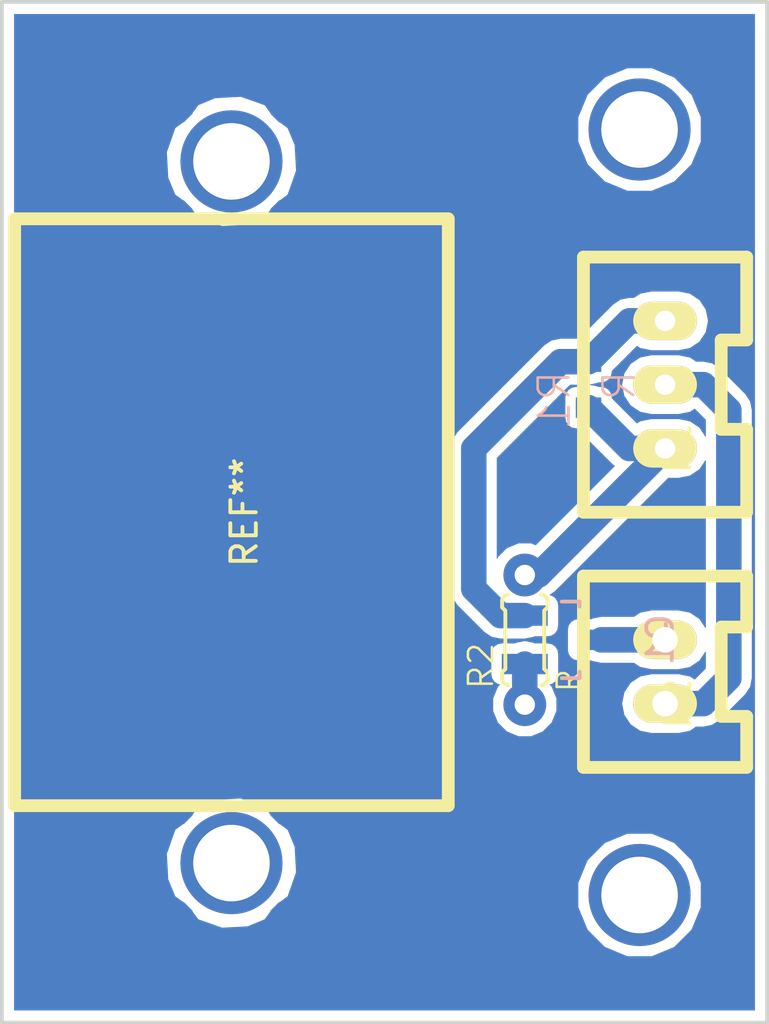
<source format=kicad_pcb>
(kicad_pcb (version 4) (host pcbnew 4.0.3-stable)

  (general
    (links 7)
    (no_connects 0)
    (area -0.075001 -0.075001 30.075001 40.075001)
    (thickness 1.6)
    (drawings 4)
    (tracks 21)
    (zones 0)
    (modules 6)
    (nets 6)
  )

  (page A4)
  (layers
    (0 F.Cu signal)
    (31 B.Cu signal)
    (32 B.Adhes user)
    (33 F.Adhes user)
    (34 B.Paste user)
    (35 F.Paste user)
    (36 B.SilkS user)
    (37 F.SilkS user)
    (38 B.Mask user)
    (39 F.Mask user)
    (40 Dwgs.User user)
    (41 Cmts.User user)
    (42 Eco1.User user)
    (43 Eco2.User user)
    (44 Edge.Cuts user)
    (45 Margin user)
    (46 B.CrtYd user)
    (47 F.CrtYd user)
    (48 B.Fab user)
    (49 F.Fab user)
  )

  (setup
    (last_trace_width 1)
    (user_trace_width 0.5)
    (user_trace_width 1)
    (trace_clearance 0.2)
    (zone_clearance 0.4)
    (zone_45_only no)
    (trace_min 0.2)
    (segment_width 0.2)
    (edge_width 0.15)
    (via_size 0.6)
    (via_drill 0.4)
    (via_min_size 0.4)
    (via_min_drill 0.3)
    (user_via 1.2 0.8)
    (user_via 4 3)
    (uvia_size 0.3)
    (uvia_drill 0.1)
    (uvias_allowed no)
    (uvia_min_size 0.2)
    (uvia_min_drill 0.1)
    (pcb_text_width 0.3)
    (pcb_text_size 1.5 1.5)
    (mod_edge_width 0.15)
    (mod_text_size 1 1)
    (mod_text_width 0.15)
    (pad_size 1.524 1.524)
    (pad_drill 0.762)
    (pad_to_mask_clearance 0.2)
    (aux_axis_origin 0 0)
    (visible_elements 7FFFFFFF)
    (pcbplotparams
      (layerselection 0x01000_80000000)
      (usegerberextensions false)
      (excludeedgelayer true)
      (linewidth 0.100000)
      (plotframeref false)
      (viasonmask false)
      (mode 1)
      (useauxorigin false)
      (hpglpennumber 1)
      (hpglpenspeed 20)
      (hpglpendiameter 15)
      (hpglpenoverlay 2)
      (psnegative false)
      (psa4output false)
      (plotreference true)
      (plotvalue true)
      (plotinvisibletext false)
      (padsonsilk false)
      (subtractmaskfromsilk false)
      (outputformat 1)
      (mirror false)
      (drillshape 0)
      (scaleselection 1)
      (outputdirectory ""))
  )

  (net 0 "")
  (net 1 +3.3V)
  (net 2 GND)
  (net 3 "Net-(P1-Pad3)")
  (net 4 "Net-(P2-Pad1)")
  (net 5 "Net-(Q1-PadG)")

  (net_class Default "これは標準のネット クラスです。"
    (clearance 0.2)
    (trace_width 0.25)
    (via_dia 0.6)
    (via_drill 0.4)
    (uvia_dia 0.3)
    (uvia_drill 0.1)
    (add_net +3.3V)
    (add_net GND)
    (add_net "Net-(P1-Pad3)")
    (add_net "Net-(P2-Pad1)")
    (add_net "Net-(Q1-PadG)")
  )

  (module RP_KiCAD_Connector:XA_3T (layer F.Cu) (tedit 5704715B) (tstamp 57DB87C2)
    (at 26 17.5 90)
    (path /57DB87E9)
    (fp_text reference P1 (at 0 0.5 90) (layer F.SilkS)
      (effects (font (size 1 1) (thickness 0.15)))
    )
    (fp_text value CONN_01X03 (at 0 -0.5 90) (layer F.Fab)
      (effects (font (size 1 1) (thickness 0.15)))
    )
    (fp_line (start 0.75 2.2) (end 4.25 2.2) (layer F.SilkS) (width 0.5))
    (fp_line (start 4.25 2.2) (end 4.25 3.2) (layer F.SilkS) (width 0.5))
    (fp_line (start 4.25 3.2) (end 7.5 3.2) (layer F.SilkS) (width 0.5))
    (fp_line (start -2.5 3.2) (end 0.75 3.2) (layer F.SilkS) (width 0.5))
    (fp_line (start 0.75 3.2) (end 0.75 2.2) (layer F.SilkS) (width 0.5))
    (fp_line (start -2.5 -3.2) (end 7.5 -3.2) (layer F.SilkS) (width 0.5))
    (fp_line (start 7.5 -3.2) (end 7.5 3.2) (layer F.SilkS) (width 0.5))
    (fp_line (start -2.5 -3.2) (end -2.5 3.2) (layer F.SilkS) (width 0.5))
    (pad 3 thru_hole oval (at 0 0 90) (size 1.5 2.5) (drill 0.8) (layers *.Cu *.Mask F.SilkS)
      (net 3 "Net-(P1-Pad3)"))
    (pad 2 thru_hole oval (at 2.5 0 90) (size 1.5 2.5) (drill 0.8) (layers *.Cu *.Mask F.SilkS)
      (net 1 +3.3V))
    (pad 1 thru_hole oval (at 5 0 90) (size 1.5 2.5) (drill 0.8) (layers *.Cu *.Mask F.SilkS)
      (net 2 GND))
    (model conn_XA/XA_3T.wrl
      (at (xyz 0.1 0 0))
      (scale (xyz 4 4 4))
      (rotate (xyz -90 0 0))
    )
  )

  (module RP_KiCAD_Connector:XA_2T (layer F.Cu) (tedit 5763B242) (tstamp 57DB87C8)
    (at 26 27.5 90)
    (path /57DB86F3)
    (fp_text reference P2 (at 0 0.5 90) (layer F.SilkS)
      (effects (font (size 1 1) (thickness 0.15)))
    )
    (fp_text value CONN_01X02 (at 0 -0.5 90) (layer F.Fab)
      (effects (font (size 1 1) (thickness 0.15)))
    )
    (fp_line (start -2.5 3.2) (end -0.5 3.2) (layer F.SilkS) (width 0.5))
    (fp_line (start -0.5 3.2) (end -0.5 2.2) (layer F.SilkS) (width 0.5))
    (fp_line (start -0.5 2.2) (end 3 2.2) (layer F.SilkS) (width 0.5))
    (fp_line (start 3 2.2) (end 3 3.2) (layer F.SilkS) (width 0.5))
    (fp_line (start 3 3.2) (end 5 3.2) (layer F.SilkS) (width 0.5))
    (fp_line (start -2.5 -3.2) (end -2.5 3.2) (layer F.SilkS) (width 0.5))
    (fp_line (start 5 3.2) (end 5 -3.2) (layer F.SilkS) (width 0.5))
    (fp_line (start 5 -3.2) (end -2.5 -3.2) (layer F.SilkS) (width 0.5))
    (pad 2 thru_hole oval (at 0 0 90) (size 1.5 2.5) (drill 1) (layers *.Cu *.Mask F.SilkS)
      (net 1 +3.3V))
    (pad 1 thru_hole oval (at 2.5 0 90) (size 1.5 2.5) (drill 1) (layers *.Cu *.Mask F.SilkS)
      (net 4 "Net-(P2-Pad1)"))
    (model conn_XA/XA_2T.wrl
      (at (xyz 0.05 0 0))
      (scale (xyz 4 4 4))
      (rotate (xyz -90 0 0))
    )
  )

  (module TO_SOT_Packages_SMD:SOT-23_Handsoldering (layer B.Cu) (tedit 56FA59B0) (tstamp 57DB87CF)
    (at 22 25 90)
    (descr "SOT-23, Handsoldering")
    (tags SOT-23)
    (path /57DB873B)
    (attr smd)
    (fp_text reference Q1 (at 0 3.81 90) (layer B.SilkS)
      (effects (font (size 1 1) (thickness 0.15)) (justify mirror))
    )
    (fp_text value MOSFET_N (at 0 -3.81 90) (layer B.Fab)
      (effects (font (size 1 1) (thickness 0.15)) (justify mirror))
    )
    (fp_line (start -1.49982 -0.0508) (end -1.49982 0.65024) (layer B.SilkS) (width 0.15))
    (fp_line (start -1.49982 0.65024) (end -1.2509 0.65024) (layer B.SilkS) (width 0.15))
    (fp_line (start 1.29916 0.65024) (end 1.49982 0.65024) (layer B.SilkS) (width 0.15))
    (fp_line (start 1.49982 0.65024) (end 1.49982 -0.0508) (layer B.SilkS) (width 0.15))
    (pad G smd rect (at -0.95 -1.50114 90) (size 0.8001 1.80086) (layers B.Cu B.Paste B.Mask)
      (net 5 "Net-(Q1-PadG)"))
    (pad S smd rect (at 0.95 -1.50114 90) (size 0.8001 1.80086) (layers B.Cu B.Paste B.Mask)
      (net 2 GND))
    (pad D smd rect (at 0 1.50114 90) (size 0.8001 1.80086) (layers B.Cu B.Paste B.Mask)
      (net 4 "Net-(P2-Pad1)"))
    (model TO_SOT_Packages_SMD.3dshapes/SOT-23_Handsoldering.wrl
      (at (xyz 0 0 0))
      (scale (xyz 1 1 1))
      (rotate (xyz 0 0 0))
    )
  )

  (module RP_KiCAD_Libs:C1608_WP (layer B.Cu) (tedit 57C3E677) (tstamp 57DB89A1)
    (at 23 15 270)
    (descr <b>CAPACITOR</b>)
    (path /57DB8924)
    (fp_text reference R1 (at -0.635 0.635 270) (layer B.SilkS)
      (effects (font (size 1.2065 1.2065) (thickness 0.1016)) (justify left bottom mirror))
    )
    (fp_text value R (at -0.635 -1.905 270) (layer B.SilkS)
      (effects (font (size 1.2065 1.2065) (thickness 0.1016)) (justify left bottom mirror))
    )
    (fp_line (start -0.356 0.432) (end 0.356 0.432) (layer Dwgs.User) (width 0.1016))
    (fp_line (start -0.356 -0.419) (end 0.356 -0.419) (layer Dwgs.User) (width 0.1016))
    (fp_poly (pts (xy -0.8382 -0.4699) (xy -0.3381 -0.4699) (xy -0.3381 0.4801) (xy -0.8382 0.4801)) (layer Dwgs.User) (width 0))
    (fp_poly (pts (xy 0.3302 -0.4699) (xy 0.8303 -0.4699) (xy 0.8303 0.4801) (xy 0.3302 0.4801)) (layer Dwgs.User) (width 0))
    (fp_poly (pts (xy -0.1999 -0.3) (xy 0.1999 -0.3) (xy 0.1999 0.3) (xy -0.1999 0.3)) (layer B.Adhes) (width 0))
    (pad 1 smd rect (at -0.9 0 270) (size 0.8 1) (layers B.Cu B.Paste B.Mask)
      (net 2 GND))
    (pad 2 smd rect (at 0.9 0 270) (size 0.8 1) (layers B.Cu B.Paste B.Mask)
      (net 3 "Net-(P1-Pad3)"))
    (model Resistors_SMD.3dshapes/R_0603.wrl
      (at (xyz 0 0 0))
      (scale (xyz 1 1 1))
      (rotate (xyz 0 0 0))
    )
  )

  (module RP_KiCAD_Libs:0204_2f5 (layer F.Cu) (tedit 0) (tstamp 57DB8A43)
    (at 20.5 25 90)
    (descr "<b>RESISTOR</b><p>\ntype 0204, grid 5 mm")
    (path /57DB88DD)
    (fp_text reference R2 (at -2.0066 -1.1684 90) (layer F.SilkS)
      (effects (font (size 0.94107 0.94107) (thickness 0.09906)) (justify left bottom))
    )
    (fp_text value R (at -2.1336 2.3114 90) (layer F.SilkS)
      (effects (font (size 0.94107 0.94107) (thickness 0.09906)) (justify left bottom))
    )
    (fp_line (start 2.54 0) (end 2.032 0) (layer Dwgs.User) (width 0.508))
    (fp_line (start -2.54 0) (end -2.032 0) (layer Dwgs.User) (width 0.508))
    (fp_arc (start -1.524 -0.635) (end -1.778 -0.635) (angle 90) (layer F.SilkS) (width 0.1524))
    (fp_arc (start -1.524 0.635) (end -1.778 0.635) (angle -90) (layer F.SilkS) (width 0.1524))
    (fp_arc (start 1.524 0.635) (end 1.524 0.889) (angle -90) (layer F.SilkS) (width 0.1524))
    (fp_arc (start 1.524 -0.635) (end 1.524 -0.889) (angle 90) (layer F.SilkS) (width 0.1524))
    (fp_line (start -1.778 0.635) (end -1.778 -0.635) (layer Dwgs.User) (width 0.1524))
    (fp_line (start -1.524 -0.889) (end -1.27 -0.889) (layer F.SilkS) (width 0.1524))
    (fp_line (start -1.143 -0.762) (end -1.27 -0.889) (layer F.SilkS) (width 0.1524))
    (fp_line (start -1.524 0.889) (end -1.27 0.889) (layer F.SilkS) (width 0.1524))
    (fp_line (start -1.143 0.762) (end -1.27 0.889) (layer F.SilkS) (width 0.1524))
    (fp_line (start 1.143 -0.762) (end 1.27 -0.889) (layer F.SilkS) (width 0.1524))
    (fp_line (start 1.143 -0.762) (end -1.143 -0.762) (layer F.SilkS) (width 0.1524))
    (fp_line (start 1.143 0.762) (end 1.27 0.889) (layer F.SilkS) (width 0.1524))
    (fp_line (start 1.143 0.762) (end -1.143 0.762) (layer F.SilkS) (width 0.1524))
    (fp_line (start 1.524 -0.889) (end 1.27 -0.889) (layer F.SilkS) (width 0.1524))
    (fp_line (start 1.524 0.889) (end 1.27 0.889) (layer F.SilkS) (width 0.1524))
    (fp_line (start 1.778 0.635) (end 1.778 -0.635) (layer Dwgs.User) (width 0.1524))
    (fp_poly (pts (xy -2.032 0.254) (xy -1.778 0.254) (xy -1.778 -0.254) (xy -2.032 -0.254)) (layer Dwgs.User) (width 0))
    (fp_poly (pts (xy 1.778 0.254) (xy 2.032 0.254) (xy 2.032 -0.254) (xy 1.778 -0.254)) (layer Dwgs.User) (width 0))
    (pad 1 thru_hole circle (at -2.54 0 90) (size 1.6764 1.6764) (drill 0.8) (layers *.Cu *.Mask)
      (net 5 "Net-(Q1-PadG)"))
    (pad 2 thru_hole circle (at 2.54 0 90) (size 1.6764 1.6764) (drill 0.8) (layers *.Cu *.Mask)
      (net 3 "Net-(P1-Pad3)"))
    (model discret/resistors/horizontal/r_h_1R.wrl
      (at (xyz 0 0 0))
      (scale (xyz 0.2 0.2 0.2))
      (rotate (xyz 0 0 0))
    )
  )

  (module RP_KiCAD_Libs:1.5V_buzzer (layer F.Cu) (tedit 57DB88D9) (tstamp 57DB8A7B)
    (at 9 20 90)
    (fp_text reference REF** (at 0 0.5 90) (layer F.SilkS)
      (effects (font (size 1 1) (thickness 0.15)))
    )
    (fp_text value 1.5V_buzzer (at 0 -0.5 90) (layer F.Fab)
      (effects (font (size 1 1) (thickness 0.15)))
    )
    (fp_line (start -11.5 -8.5) (end -11.5 8.5) (layer F.SilkS) (width 0.5))
    (fp_line (start -11.5 8.5) (end 11.5 8.5) (layer F.SilkS) (width 0.5))
    (fp_line (start 11.5 8.5) (end 11.5 -8.5) (layer F.SilkS) (width 0.5))
    (fp_line (start 11.5 -8.5) (end -11.5 -8.5) (layer F.SilkS) (width 0.5))
    (pad 1 thru_hole circle (at -13.75 0 90) (size 4 4) (drill 3) (layers *.Cu *.Mask))
    (pad 2 thru_hole circle (at 13.75 0 90) (size 4 4) (drill 3) (layers *.Cu *.Mask))
  )

  (gr_line (start 30 0) (end 0 0) (angle 90) (layer Edge.Cuts) (width 0.15))
  (gr_line (start 30 40) (end 30 0) (angle 90) (layer Edge.Cuts) (width 0.15))
  (gr_line (start 0 40) (end 30 40) (angle 90) (layer Edge.Cuts) (width 0.15))
  (gr_line (start 0 0) (end 0 40) (angle 90) (layer Edge.Cuts) (width 0.15))

  (via (at 25 35) (size 4) (drill 3) (layers F.Cu B.Cu) (net 0))
  (via (at 25 5) (size 4) (drill 3) (layers F.Cu B.Cu) (net 0))
  (segment (start 26 15) (end 27.5 15) (width 1) (layer B.Cu) (net 1))
  (segment (start 27.5 27.5) (end 26 27.5) (width 1) (layer B.Cu) (net 1) (tstamp 57DB895F))
  (segment (start 28.5 26.5) (end 27.5 27.5) (width 1) (layer B.Cu) (net 1) (tstamp 57DB895E))
  (segment (start 28.5 16) (end 28.5 26.5) (width 1) (layer B.Cu) (net 1) (tstamp 57DB895D))
  (segment (start 27.5 15) (end 28.5 16) (width 1) (layer B.Cu) (net 1) (tstamp 57DB895C))
  (segment (start 23 14.1) (end 21.9 14.1) (width 1) (layer B.Cu) (net 2))
  (segment (start 19.55 24.05) (end 20.49886 24.05) (width 1) (layer B.Cu) (net 2) (tstamp 57DB8A74))
  (segment (start 18.5 23) (end 19.55 24.05) (width 1) (layer B.Cu) (net 2) (tstamp 57DB8A73))
  (segment (start 18.5 17.5) (end 18.5 23) (width 1) (layer B.Cu) (net 2) (tstamp 57DB8A72))
  (segment (start 21.9 14.1) (end 18.5 17.5) (width 1) (layer B.Cu) (net 2) (tstamp 57DB8A71))
  (segment (start 23 14.1) (end 24.6 12.5) (width 1) (layer B.Cu) (net 2))
  (segment (start 24.6 12.5) (end 26 12.5) (width 1) (layer B.Cu) (net 2) (tstamp 57DB8A20))
  (segment (start 20.5 22.46) (end 21.04 22.46) (width 1) (layer B.Cu) (net 3))
  (segment (start 21.04 22.46) (end 26 17.5) (width 1) (layer B.Cu) (net 3) (tstamp 57DB8A6D))
  (segment (start 23 15.9) (end 24.6 17.5) (width 1) (layer B.Cu) (net 3))
  (segment (start 24.6 17.5) (end 26 17.5) (width 1) (layer B.Cu) (net 3) (tstamp 57DB8A23))
  (segment (start 23.50114 25) (end 26 25) (width 1) (layer B.Cu) (net 4))
  (segment (start 20.49886 25.95) (end 20.49886 27.53886) (width 1) (layer B.Cu) (net 5))
  (segment (start 20.49886 27.53886) (end 20.5 27.54) (width 1) (layer B.Cu) (net 5) (tstamp 57DB8A6A))

  (zone (net 0) (net_name "") (layer B.Cu) (tstamp 57DB8A85) (hatch edge 0.508)
    (connect_pads (clearance 0.4))
    (min_thickness 0.026)
    (fill yes (arc_segments 16) (thermal_gap 0.508) (thermal_bridge_width 0.508))
    (polygon
      (pts
        (xy 30 40) (xy 0 40) (xy 0 0) (xy 30 0)
      )
    )
    (filled_polygon
      (pts
        (xy 29.512 39.512) (xy 0.488 39.512) (xy 0.488 33.38694) (xy 6.455381 33.38694) (xy 6.510141 34.388359)
        (xy 6.788016 35.059208) (xy 7.112584 35.29659) (xy 7.123487 35.285687) (xy 7.464015 35.626811) (xy 7.45341 35.637416)
        (xy 7.690792 35.961984) (xy 8.63694 36.294619) (xy 9.638359 36.239859) (xy 10.309208 35.961984) (xy 10.54659 35.637416)
        (xy 10.535687 35.626513) (xy 10.68459 35.47787) (xy 22.586583 35.47787) (xy 22.953166 36.365069) (xy 23.631361 37.044449)
        (xy 24.517919 37.41258) (xy 25.47787 37.413417) (xy 26.365069 37.046834) (xy 27.044449 36.368639) (xy 27.41258 35.482081)
        (xy 27.413417 34.52213) (xy 27.046834 33.634931) (xy 26.368639 32.955551) (xy 25.482081 32.58742) (xy 24.52213 32.586583)
        (xy 23.634931 32.953166) (xy 22.955551 33.631361) (xy 22.58742 34.517919) (xy 22.586583 35.47787) (xy 10.68459 35.47787)
        (xy 10.876811 35.285985) (xy 10.887416 35.29659) (xy 11.211984 35.059208) (xy 11.544619 34.11306) (xy 11.489859 33.111641)
        (xy 11.211984 32.440792) (xy 10.887416 32.20341) (xy 10.876513 32.214313) (xy 10.535985 31.873189) (xy 10.54659 31.862584)
        (xy 10.309208 31.538016) (xy 9.36306 31.205381) (xy 8.361641 31.260141) (xy 7.690792 31.538016) (xy 7.45341 31.862584)
        (xy 7.464313 31.873487) (xy 7.123189 32.214015) (xy 7.112584 32.20341) (xy 6.788016 32.440792) (xy 6.455381 33.38694)
        (xy 0.488 33.38694) (xy 0.488 25.54995) (xy 19.177339 25.54995) (xy 19.177339 26.35005) (xy 19.206137 26.503099)
        (xy 19.296589 26.643664) (xy 19.434602 26.737965) (xy 19.515928 26.754434) (xy 19.439903 26.830327) (xy 19.249018 27.290029)
        (xy 19.248584 27.787787) (xy 19.438666 28.247822) (xy 19.790327 28.600097) (xy 20.250029 28.790982) (xy 20.747787 28.791416)
        (xy 21.207822 28.601334) (xy 21.560097 28.249673) (xy 21.750982 27.789971) (xy 21.751416 27.292213) (xy 21.561334 26.832178)
        (xy 21.484414 26.755124) (xy 21.552339 26.742343) (xy 21.692904 26.651891) (xy 21.787205 26.513878) (xy 21.820381 26.35005)
        (xy 21.820381 25.54995) (xy 21.791583 25.396901) (xy 21.701131 25.256336) (xy 21.563118 25.162035) (xy 21.39929 25.128859)
        (xy 20.881715 25.128859) (xy 20.84825 25.106498) (xy 20.49886 25.037) (xy 20.14947 25.106498) (xy 20.116005 25.128859)
        (xy 19.59843 25.128859) (xy 19.445381 25.157657) (xy 19.304816 25.248109) (xy 19.210515 25.386122) (xy 19.177339 25.54995)
        (xy 0.488 25.54995) (xy 0.488 17.5) (xy 17.587 17.5) (xy 17.587 23) (xy 17.628075 23.206498)
        (xy 17.656498 23.34939) (xy 17.854412 23.645588) (xy 18.904411 24.695588) (xy 19.20061 24.893502) (xy 19.55 24.963)
        (xy 20.49886 24.963) (xy 20.84825 24.893502) (xy 20.881715 24.871141) (xy 21.39929 24.871141) (xy 21.552339 24.842343)
        (xy 21.692904 24.751891) (xy 21.787205 24.613878) (xy 21.820381 24.45005) (xy 21.820381 23.64995) (xy 21.791583 23.496901)
        (xy 21.701131 23.356336) (xy 21.563118 23.262035) (xy 21.483687 23.24595) (xy 21.500214 23.229451) (xy 21.685588 23.105588)
        (xy 26.128177 18.663) (xy 26.53258 18.663) (xy 26.977641 18.574472) (xy 27.354945 18.322365) (xy 27.587 17.975071)
        (xy 27.587 24.524929) (xy 27.354945 24.177635) (xy 26.977641 23.925528) (xy 26.53258 23.837) (xy 25.46742 23.837)
        (xy 25.022359 23.925528) (xy 24.7807 24.087) (xy 23.50114 24.087) (xy 23.15175 24.156498) (xy 23.118285 24.178859)
        (xy 22.60071 24.178859) (xy 22.447661 24.207657) (xy 22.307096 24.298109) (xy 22.212795 24.436122) (xy 22.179619 24.59995)
        (xy 22.179619 25.40005) (xy 22.208417 25.553099) (xy 22.298869 25.693664) (xy 22.436882 25.787965) (xy 22.60071 25.821141)
        (xy 23.118285 25.821141) (xy 23.15175 25.843502) (xy 23.50114 25.913) (xy 24.7807 25.913) (xy 25.022359 26.074472)
        (xy 25.46742 26.163) (xy 26.53258 26.163) (xy 26.977641 26.074472) (xy 27.354945 25.822365) (xy 27.587 25.475071)
        (xy 27.587 26.121823) (xy 27.160867 26.547956) (xy 26.977641 26.425528) (xy 26.53258 26.337) (xy 25.46742 26.337)
        (xy 25.022359 26.425528) (xy 24.645055 26.677635) (xy 24.392948 27.054939) (xy 24.30442 27.5) (xy 24.392948 27.945061)
        (xy 24.645055 28.322365) (xy 25.022359 28.574472) (xy 25.46742 28.663) (xy 26.53258 28.663) (xy 26.977641 28.574472)
        (xy 27.2193 28.413) (xy 27.5 28.413) (xy 27.84939 28.343502) (xy 28.145588 28.145588) (xy 29.145589 27.145588)
        (xy 29.343502 26.84939) (xy 29.413 26.5) (xy 29.413 16) (xy 29.343502 15.65061) (xy 29.276684 15.55061)
        (xy 29.145589 15.354412) (xy 28.145588 14.354412) (xy 27.84939 14.156498) (xy 27.5 14.087) (xy 27.2193 14.087)
        (xy 26.977641 13.925528) (xy 26.53258 13.837) (xy 25.46742 13.837) (xy 25.022359 13.925528) (xy 24.645055 14.177635)
        (xy 24.392948 14.554939) (xy 24.30442 15) (xy 24.392948 15.445061) (xy 24.645055 15.822365) (xy 25.022359 16.074472)
        (xy 25.46742 16.163) (xy 26.53258 16.163) (xy 26.977641 16.074472) (xy 27.160867 15.952044) (xy 27.587 16.378177)
        (xy 27.587 17.024929) (xy 27.354945 16.677635) (xy 26.977641 16.425528) (xy 26.53258 16.337) (xy 25.46742 16.337)
        (xy 25.022359 16.425528) (xy 24.899078 16.507902) (xy 23.921091 15.529915) (xy 23.921091 15.5) (xy 23.892293 15.346951)
        (xy 23.801841 15.206386) (xy 23.663828 15.112085) (xy 23.5 15.078909) (xy 23.38293 15.078909) (xy 23.34939 15.056498)
        (xy 23.065353 15) (xy 23.34939 14.943502) (xy 23.38293 14.921091) (xy 23.5 14.921091) (xy 23.653049 14.892293)
        (xy 23.793614 14.801841) (xy 23.887915 14.663828) (xy 23.921091 14.5) (xy 23.921091 14.470085) (xy 24.899078 13.492098)
        (xy 25.022359 13.574472) (xy 25.46742 13.663) (xy 26.53258 13.663) (xy 26.977641 13.574472) (xy 27.354945 13.322365)
        (xy 27.607052 12.945061) (xy 27.69558 12.5) (xy 27.607052 12.054939) (xy 27.354945 11.677635) (xy 26.977641 11.425528)
        (xy 26.53258 11.337) (xy 25.46742 11.337) (xy 25.022359 11.425528) (xy 24.7807 11.587) (xy 24.6 11.587)
        (xy 24.25061 11.656498) (xy 23.954412 11.854411) (xy 22.621824 13.187) (xy 21.9 13.187) (xy 21.55061 13.256498)
        (xy 21.254411 13.454412) (xy 17.854412 16.854412) (xy 17.656498 17.15061) (xy 17.587 17.5) (xy 0.488 17.5)
        (xy 0.488 5.88694) (xy 6.455381 5.88694) (xy 6.510141 6.888359) (xy 6.788016 7.559208) (xy 7.112584 7.79659)
        (xy 7.123487 7.785687) (xy 7.464015 8.126811) (xy 7.45341 8.137416) (xy 7.690792 8.461984) (xy 8.63694 8.794619)
        (xy 9.638359 8.739859) (xy 10.309208 8.461984) (xy 10.54659 8.137416) (xy 10.535687 8.126513) (xy 10.876811 7.785985)
        (xy 10.887416 7.79659) (xy 11.211984 7.559208) (xy 11.544619 6.61306) (xy 11.489859 5.611641) (xy 11.43445 5.47787)
        (xy 22.586583 5.47787) (xy 22.953166 6.365069) (xy 23.631361 7.044449) (xy 24.517919 7.41258) (xy 25.47787 7.413417)
        (xy 26.365069 7.046834) (xy 27.044449 6.368639) (xy 27.41258 5.482081) (xy 27.413417 4.52213) (xy 27.046834 3.634931)
        (xy 26.368639 2.955551) (xy 25.482081 2.58742) (xy 24.52213 2.586583) (xy 23.634931 2.953166) (xy 22.955551 3.631361)
        (xy 22.58742 4.517919) (xy 22.586583 5.47787) (xy 11.43445 5.47787) (xy 11.211984 4.940792) (xy 10.887416 4.70341)
        (xy 10.876513 4.714313) (xy 10.535985 4.373189) (xy 10.54659 4.362584) (xy 10.309208 4.038016) (xy 9.36306 3.705381)
        (xy 8.361641 3.760141) (xy 7.690792 4.038016) (xy 7.45341 4.362584) (xy 7.464313 4.373487) (xy 7.123189 4.714015)
        (xy 7.112584 4.70341) (xy 6.788016 4.940792) (xy 6.455381 5.88694) (xy 0.488 5.88694) (xy 0.488 0.488)
        (xy 29.512 0.488)
      )
    )
    (filled_polygon
      (pts
        (xy 22.65061 15.056498) (xy 22.61707 15.078909) (xy 22.5 15.078909) (xy 22.346951 15.107707) (xy 22.206386 15.198159)
        (xy 22.112085 15.336172) (xy 22.078909 15.5) (xy 22.078909 16.3) (xy 22.107707 16.453049) (xy 22.198159 16.593614)
        (xy 22.336172 16.687915) (xy 22.5 16.721091) (xy 22.529915 16.721091) (xy 23.954412 18.145589) (xy 24.019646 18.189177)
        (xy 20.926503 21.282321) (xy 20.749971 21.209018) (xy 20.252213 21.208584) (xy 19.792178 21.398666) (xy 19.439903 21.750327)
        (xy 19.413 21.815117) (xy 19.413 17.878176) (xy 22.278177 15.013) (xy 22.869292 15.013)
      )
    )
  )
)

</source>
